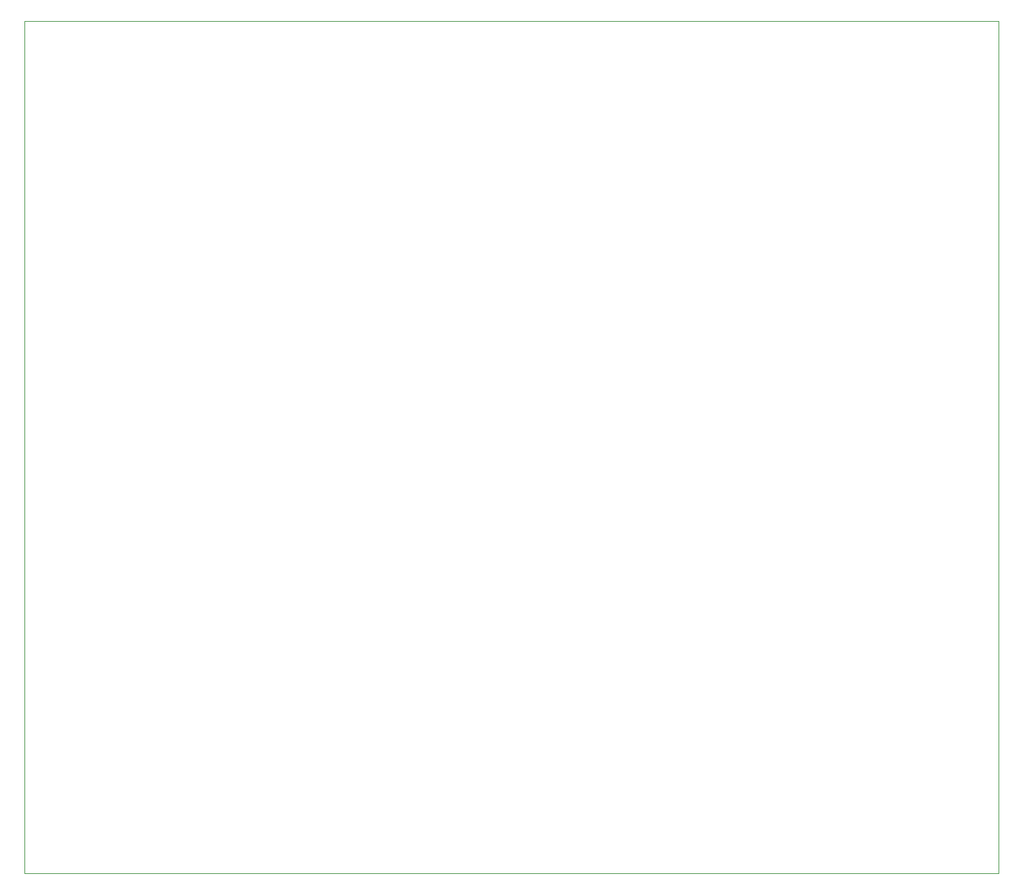
<source format=gbr>
%TF.GenerationSoftware,KiCad,Pcbnew,(6.0.0)*%
%TF.CreationDate,2023-03-29T15:00:35+03:00*%
%TF.ProjectId,shema,7368656d-612e-46b6-9963-61645f706362,rev?*%
%TF.SameCoordinates,Original*%
%TF.FileFunction,Profile,NP*%
%FSLAX46Y46*%
G04 Gerber Fmt 4.6, Leading zero omitted, Abs format (unit mm)*
G04 Created by KiCad (PCBNEW (6.0.0)) date 2023-03-29 15:00:35*
%MOMM*%
%LPD*%
G01*
G04 APERTURE LIST*
%TA.AperFunction,Profile*%
%ADD10C,0.100000*%
%TD*%
G04 APERTURE END LIST*
D10*
X103140000Y-39640000D02*
X224520000Y-39640000D01*
X224520000Y-39640000D02*
X224520000Y-145780000D01*
X224520000Y-145780000D02*
X103140000Y-145780000D01*
X103140000Y-145780000D02*
X103140000Y-39640000D01*
M02*

</source>
